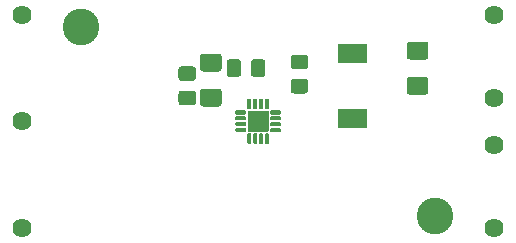
<source format=gbr>
%TF.GenerationSoftware,KiCad,Pcbnew,(5.99.0-1662-g9db296991)*%
%TF.CreationDate,2020-05-29T20:42:40+05:30*%
%TF.ProjectId,TPS62133,54505336-3231-4333-932e-6b696361645f,rev?*%
%TF.SameCoordinates,Original*%
%TF.FileFunction,Soldermask,Top*%
%TF.FilePolarity,Negative*%
%FSLAX46Y46*%
G04 Gerber Fmt 4.6, Leading zero omitted, Abs format (unit mm)*
G04 Created by KiCad (PCBNEW (5.99.0-1662-g9db296991)) date 2020-05-29 20:42:40*
%MOMM*%
%LPD*%
G01*
G04 APERTURE LIST*
%ADD10C,1.624000*%
%ADD11C,3.100000*%
G04 APERTURE END LIST*
D10*
%TO.C,DB1*%
X12000000Y-12000000D03*
X12000000Y-30000000D03*
D11*
X17000000Y-13000000D03*
D10*
X12000000Y-21000000D03*
X52000000Y-30000000D03*
D11*
X47000000Y-29000000D03*
D10*
X52000000Y-19000000D03*
X52000000Y-12000000D03*
X52000000Y-23000000D03*
%TD*%
%TO.C,C4*%
G36*
G01*
X44842543Y-17225000D02*
X46157457Y-17225000D01*
G75*
G02*
X46425000Y-17492543I0J-267543D01*
G01*
X46425000Y-18482457D01*
G75*
G02*
X46157457Y-18750000I-267543J0D01*
G01*
X44842543Y-18750000D01*
G75*
G02*
X44575000Y-18482457I0J267543D01*
G01*
X44575000Y-17492543D01*
G75*
G02*
X44842543Y-17225000I267543J0D01*
G01*
G37*
G36*
G01*
X44842543Y-14250000D02*
X46157457Y-14250000D01*
G75*
G02*
X46425000Y-14517543I0J-267543D01*
G01*
X46425000Y-15507457D01*
G75*
G02*
X46157457Y-15775000I-267543J0D01*
G01*
X44842543Y-15775000D01*
G75*
G02*
X44575000Y-15507457I0J267543D01*
G01*
X44575000Y-14517543D01*
G75*
G02*
X44842543Y-14250000I267543J0D01*
G01*
G37*
%TD*%
%TO.C,L1*%
G36*
G01*
X41200000Y-16050000D02*
X38800000Y-16050000D01*
G75*
G02*
X38750000Y-16000000I0J50000D01*
G01*
X38750000Y-14500000D01*
G75*
G02*
X38800000Y-14450000I50000J0D01*
G01*
X41200000Y-14450000D01*
G75*
G02*
X41250000Y-14500000I0J-50000D01*
G01*
X41250000Y-16000000D01*
G75*
G02*
X41200000Y-16050000I-50000J0D01*
G01*
G37*
G36*
G01*
X41200000Y-21550000D02*
X38800000Y-21550000D01*
G75*
G02*
X38750000Y-21500000I0J50000D01*
G01*
X38750000Y-20000000D01*
G75*
G02*
X38800000Y-19950000I50000J0D01*
G01*
X41200000Y-19950000D01*
G75*
G02*
X41250000Y-20000000I0J-50000D01*
G01*
X41250000Y-21500000D01*
G75*
G02*
X41200000Y-21550000I-50000J0D01*
G01*
G37*
%TD*%
%TO.C,U1*%
G36*
G01*
X32890000Y-20160000D02*
X32890000Y-21840000D01*
G75*
G02*
X32840000Y-21890000I-50000J0D01*
G01*
X31160000Y-21890000D01*
G75*
G02*
X31110000Y-21840000I0J50000D01*
G01*
X31110000Y-20160000D01*
G75*
G02*
X31160000Y-20110000I50000J0D01*
G01*
X32840000Y-20110000D01*
G75*
G02*
X32890000Y-20160000I0J-50000D01*
G01*
G37*
G36*
G01*
X32925000Y-22087500D02*
X32925000Y-22837500D01*
G75*
G02*
X32837500Y-22925000I-87500J0D01*
G01*
X32662500Y-22925000D01*
G75*
G02*
X32575000Y-22837500I0J87500D01*
G01*
X32575000Y-22087500D01*
G75*
G02*
X32662500Y-22000000I87500J0D01*
G01*
X32837500Y-22000000D01*
G75*
G02*
X32925000Y-22087500I0J-87500D01*
G01*
G37*
G36*
G01*
X32425000Y-22087500D02*
X32425000Y-22837500D01*
G75*
G02*
X32337500Y-22925000I-87500J0D01*
G01*
X32162500Y-22925000D01*
G75*
G02*
X32075000Y-22837500I0J87500D01*
G01*
X32075000Y-22087500D01*
G75*
G02*
X32162500Y-22000000I87500J0D01*
G01*
X32337500Y-22000000D01*
G75*
G02*
X32425000Y-22087500I0J-87500D01*
G01*
G37*
G36*
G01*
X31925000Y-22087500D02*
X31925000Y-22837500D01*
G75*
G02*
X31837500Y-22925000I-87500J0D01*
G01*
X31662500Y-22925000D01*
G75*
G02*
X31575000Y-22837500I0J87500D01*
G01*
X31575000Y-22087500D01*
G75*
G02*
X31662500Y-22000000I87500J0D01*
G01*
X31837500Y-22000000D01*
G75*
G02*
X31925000Y-22087500I0J-87500D01*
G01*
G37*
G36*
G01*
X31425000Y-22087500D02*
X31425000Y-22837500D01*
G75*
G02*
X31337500Y-22925000I-87500J0D01*
G01*
X31162500Y-22925000D01*
G75*
G02*
X31075000Y-22837500I0J87500D01*
G01*
X31075000Y-22087500D01*
G75*
G02*
X31162500Y-22000000I87500J0D01*
G01*
X31337500Y-22000000D01*
G75*
G02*
X31425000Y-22087500I0J-87500D01*
G01*
G37*
G36*
G01*
X31000000Y-21662500D02*
X31000000Y-21837500D01*
G75*
G02*
X30912500Y-21925000I-87500J0D01*
G01*
X30162500Y-21925000D01*
G75*
G02*
X30075000Y-21837500I0J87500D01*
G01*
X30075000Y-21662500D01*
G75*
G02*
X30162500Y-21575000I87500J0D01*
G01*
X30912500Y-21575000D01*
G75*
G02*
X31000000Y-21662500I0J-87500D01*
G01*
G37*
G36*
G01*
X31000000Y-21162500D02*
X31000000Y-21337500D01*
G75*
G02*
X30912500Y-21425000I-87500J0D01*
G01*
X30162500Y-21425000D01*
G75*
G02*
X30075000Y-21337500I0J87500D01*
G01*
X30075000Y-21162500D01*
G75*
G02*
X30162500Y-21075000I87500J0D01*
G01*
X30912500Y-21075000D01*
G75*
G02*
X31000000Y-21162500I0J-87500D01*
G01*
G37*
G36*
G01*
X31000000Y-20662500D02*
X31000000Y-20837500D01*
G75*
G02*
X30912500Y-20925000I-87500J0D01*
G01*
X30162500Y-20925000D01*
G75*
G02*
X30075000Y-20837500I0J87500D01*
G01*
X30075000Y-20662500D01*
G75*
G02*
X30162500Y-20575000I87500J0D01*
G01*
X30912500Y-20575000D01*
G75*
G02*
X31000000Y-20662500I0J-87500D01*
G01*
G37*
G36*
G01*
X31000000Y-20162500D02*
X31000000Y-20337500D01*
G75*
G02*
X30912500Y-20425000I-87500J0D01*
G01*
X30162500Y-20425000D01*
G75*
G02*
X30075000Y-20337500I0J87500D01*
G01*
X30075000Y-20162500D01*
G75*
G02*
X30162500Y-20075000I87500J0D01*
G01*
X30912500Y-20075000D01*
G75*
G02*
X31000000Y-20162500I0J-87500D01*
G01*
G37*
G36*
G01*
X31425000Y-19162500D02*
X31425000Y-19912500D01*
G75*
G02*
X31337500Y-20000000I-87500J0D01*
G01*
X31162500Y-20000000D01*
G75*
G02*
X31075000Y-19912500I0J87500D01*
G01*
X31075000Y-19162500D01*
G75*
G02*
X31162500Y-19075000I87500J0D01*
G01*
X31337500Y-19075000D01*
G75*
G02*
X31425000Y-19162500I0J-87500D01*
G01*
G37*
G36*
G01*
X31925000Y-19162500D02*
X31925000Y-19912500D01*
G75*
G02*
X31837500Y-20000000I-87500J0D01*
G01*
X31662500Y-20000000D01*
G75*
G02*
X31575000Y-19912500I0J87500D01*
G01*
X31575000Y-19162500D01*
G75*
G02*
X31662500Y-19075000I87500J0D01*
G01*
X31837500Y-19075000D01*
G75*
G02*
X31925000Y-19162500I0J-87500D01*
G01*
G37*
G36*
G01*
X32425000Y-19162500D02*
X32425000Y-19912500D01*
G75*
G02*
X32337500Y-20000000I-87500J0D01*
G01*
X32162500Y-20000000D01*
G75*
G02*
X32075000Y-19912500I0J87500D01*
G01*
X32075000Y-19162500D01*
G75*
G02*
X32162500Y-19075000I87500J0D01*
G01*
X32337500Y-19075000D01*
G75*
G02*
X32425000Y-19162500I0J-87500D01*
G01*
G37*
G36*
G01*
X32925000Y-19162500D02*
X32925000Y-19912500D01*
G75*
G02*
X32837500Y-20000000I-87500J0D01*
G01*
X32662500Y-20000000D01*
G75*
G02*
X32575000Y-19912500I0J87500D01*
G01*
X32575000Y-19162500D01*
G75*
G02*
X32662500Y-19075000I87500J0D01*
G01*
X32837500Y-19075000D01*
G75*
G02*
X32925000Y-19162500I0J-87500D01*
G01*
G37*
G36*
G01*
X33925000Y-20162500D02*
X33925000Y-20337500D01*
G75*
G02*
X33837500Y-20425000I-87500J0D01*
G01*
X33087500Y-20425000D01*
G75*
G02*
X33000000Y-20337500I0J87500D01*
G01*
X33000000Y-20162500D01*
G75*
G02*
X33087500Y-20075000I87500J0D01*
G01*
X33837500Y-20075000D01*
G75*
G02*
X33925000Y-20162500I0J-87500D01*
G01*
G37*
G36*
G01*
X33925000Y-20662500D02*
X33925000Y-20837500D01*
G75*
G02*
X33837500Y-20925000I-87500J0D01*
G01*
X33087500Y-20925000D01*
G75*
G02*
X33000000Y-20837500I0J87500D01*
G01*
X33000000Y-20662500D01*
G75*
G02*
X33087500Y-20575000I87500J0D01*
G01*
X33837500Y-20575000D01*
G75*
G02*
X33925000Y-20662500I0J-87500D01*
G01*
G37*
G36*
G01*
X33925000Y-21162500D02*
X33925000Y-21337500D01*
G75*
G02*
X33837500Y-21425000I-87500J0D01*
G01*
X33087500Y-21425000D01*
G75*
G02*
X33000000Y-21337500I0J87500D01*
G01*
X33000000Y-21162500D01*
G75*
G02*
X33087500Y-21075000I87500J0D01*
G01*
X33837500Y-21075000D01*
G75*
G02*
X33925000Y-21162500I0J-87500D01*
G01*
G37*
G36*
G01*
X33925000Y-21662500D02*
X33925000Y-21837500D01*
G75*
G02*
X33837500Y-21925000I-87500J0D01*
G01*
X33087500Y-21925000D01*
G75*
G02*
X33000000Y-21837500I0J87500D01*
G01*
X33000000Y-21662500D01*
G75*
G02*
X33087500Y-21575000I87500J0D01*
G01*
X33837500Y-21575000D01*
G75*
G02*
X33925000Y-21662500I0J-87500D01*
G01*
G37*
%TD*%
%TO.C,R1*%
G36*
G01*
X35978262Y-16600000D02*
X35021738Y-16600000D01*
G75*
G02*
X34750000Y-16328262I0J271738D01*
G01*
X34750000Y-15621738D01*
G75*
G02*
X35021738Y-15350000I271738J0D01*
G01*
X35978262Y-15350000D01*
G75*
G02*
X36250000Y-15621738I0J-271738D01*
G01*
X36250000Y-16328262D01*
G75*
G02*
X35978262Y-16600000I-271738J0D01*
G01*
G37*
G36*
G01*
X35978262Y-18650000D02*
X35021738Y-18650000D01*
G75*
G02*
X34750000Y-18378262I0J271738D01*
G01*
X34750000Y-17671738D01*
G75*
G02*
X35021738Y-17400000I271738J0D01*
G01*
X35978262Y-17400000D01*
G75*
G02*
X36250000Y-17671738I0J-271738D01*
G01*
X36250000Y-18378262D01*
G75*
G02*
X35978262Y-18650000I-271738J0D01*
G01*
G37*
%TD*%
%TO.C,C3*%
G36*
G01*
X28657457Y-16787500D02*
X27342543Y-16787500D01*
G75*
G02*
X27075000Y-16519957I0J267543D01*
G01*
X27075000Y-15530043D01*
G75*
G02*
X27342543Y-15262500I267543J0D01*
G01*
X28657457Y-15262500D01*
G75*
G02*
X28925000Y-15530043I0J-267543D01*
G01*
X28925000Y-16519957D01*
G75*
G02*
X28657457Y-16787500I-267543J0D01*
G01*
G37*
G36*
G01*
X28657457Y-19762500D02*
X27342543Y-19762500D01*
G75*
G02*
X27075000Y-19494957I0J267543D01*
G01*
X27075000Y-18505043D01*
G75*
G02*
X27342543Y-18237500I267543J0D01*
G01*
X28657457Y-18237500D01*
G75*
G02*
X28925000Y-18505043I0J-267543D01*
G01*
X28925000Y-19494957D01*
G75*
G02*
X28657457Y-19762500I-267543J0D01*
G01*
G37*
%TD*%
%TO.C,C2*%
G36*
G01*
X31375000Y-16978262D02*
X31375000Y-16021738D01*
G75*
G02*
X31646738Y-15750000I271738J0D01*
G01*
X32353262Y-15750000D01*
G75*
G02*
X32625000Y-16021738I0J-271738D01*
G01*
X32625000Y-16978262D01*
G75*
G02*
X32353262Y-17250000I-271738J0D01*
G01*
X31646738Y-17250000D01*
G75*
G02*
X31375000Y-16978262I0J271738D01*
G01*
G37*
G36*
G01*
X29325000Y-16978262D02*
X29325000Y-16021738D01*
G75*
G02*
X29596738Y-15750000I271738J0D01*
G01*
X30303262Y-15750000D01*
G75*
G02*
X30575000Y-16021738I0J-271738D01*
G01*
X30575000Y-16978262D01*
G75*
G02*
X30303262Y-17250000I-271738J0D01*
G01*
X29596738Y-17250000D01*
G75*
G02*
X29325000Y-16978262I0J271738D01*
G01*
G37*
%TD*%
%TO.C,C1*%
G36*
G01*
X26478262Y-17600000D02*
X25521738Y-17600000D01*
G75*
G02*
X25250000Y-17328262I0J271738D01*
G01*
X25250000Y-16621738D01*
G75*
G02*
X25521738Y-16350000I271738J0D01*
G01*
X26478262Y-16350000D01*
G75*
G02*
X26750000Y-16621738I0J-271738D01*
G01*
X26750000Y-17328262D01*
G75*
G02*
X26478262Y-17600000I-271738J0D01*
G01*
G37*
G36*
G01*
X26478262Y-19650000D02*
X25521738Y-19650000D01*
G75*
G02*
X25250000Y-19378262I0J271738D01*
G01*
X25250000Y-18671738D01*
G75*
G02*
X25521738Y-18400000I271738J0D01*
G01*
X26478262Y-18400000D01*
G75*
G02*
X26750000Y-18671738I0J-271738D01*
G01*
X26750000Y-19378262D01*
G75*
G02*
X26478262Y-19650000I-271738J0D01*
G01*
G37*
%TD*%
M02*

</source>
